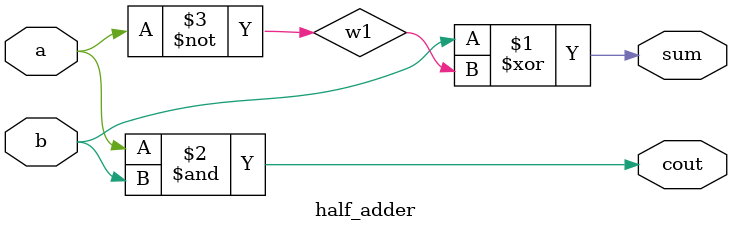
<source format=v>
module half_adder( 
input a, b,
output cout, sum );

// This is a not gate. A not gate inverts the bit inputted.
// I also used this as a control gate, which is a gate with no 
// inputs and one output. This is a pretty common structure. 
// It allows you to have a wire (cout) and a wire (sum) with sharing 
// in only one place.
not n1( w1, a );
xor x1( sum, b, w1 );
and a1( cout, a, b );

endmodule

</source>
